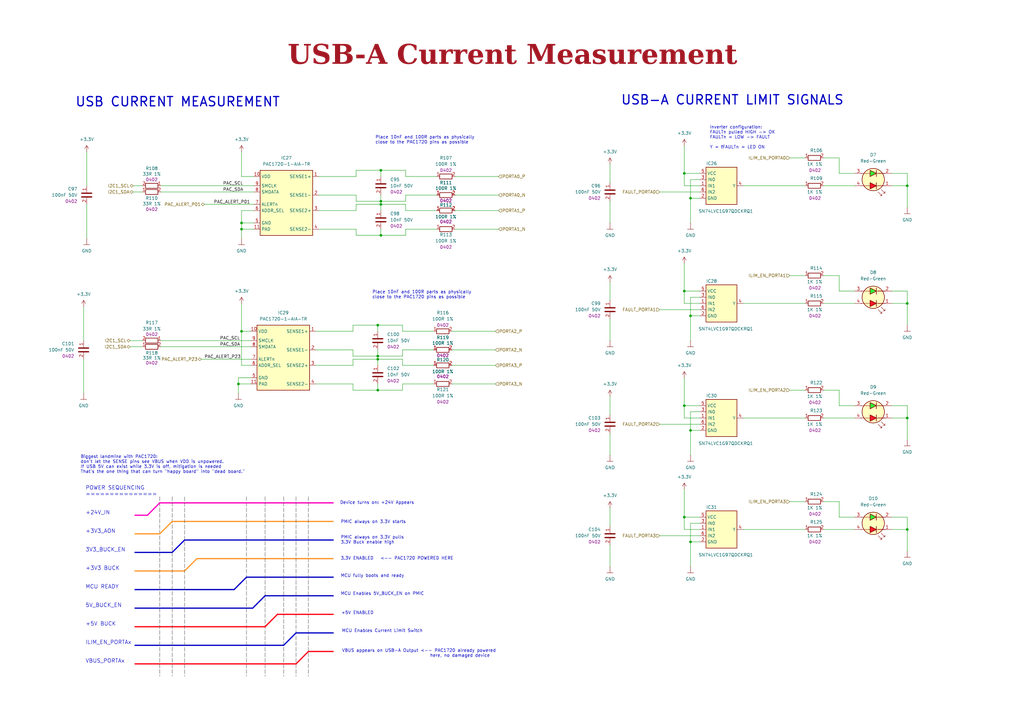
<source format=kicad_sch>
(kicad_sch (version 20250114) (generator "eeschema") (generator_version "9.0")
  (paper "A3")
  (title_block (title "USB-A Current Measurement") (date "2026-02-05") (rev "1.0.0") (company "DvidMakesThings"))
  (text "+5V ENABLED" (at 139.954 251.46 0) (effects (font (size 1.27 1.27)) (justify left)))
  (text "MCU fully boots and ready" (at 139.7 236.22 0) (effects (font (size 1.27 1.27)) (justify left)))
  (text "3.3V ENABLED   <-- PAC1720 POWERED HERE" (at 139.7 229.108 0) (effects (font (size 1.27 1.27)) (justify left)))
  (text "Place 10nF and 100R parts as physically \nclose to the PAC1720 pins as possible" (at 152.654 120.904 0) (effects (font (size 1.27 1.27)) (justify left)))
  (text "Biggest landmine with PAC1720: \ndon't let the SENSE pins see VBUS when VDD is unpowered. \nIf USB 5V can exist while 3.3V is off, mitigation is needed\nThat's the one thing that can turn \"happy board\" into \"dead board.\"" (at 33.02 190.5 0) (effects (font (size 1.27 1.27)) (justify left)))
  (text "Device turns on: +24V Appears" (at 139.446 206.248 0) (effects (font (size 1.27 1.27)) (justify left)))
  (text "PMIC always on 3.3V starts" (at 139.7 214.122 0) (effects (font (size 1.27 1.27)) (justify left)))
  (text "Inverter configuration:\nFAULTn pulled HIGH -> OK\nFAULTn = LOW -> FAULT\n\nY = !FAULTn = LED ON" (at 291.084 56.388 0) (effects (font (size 1.27 1.27)) (justify left)))
  (text "Place 10nF and 100R parts as physically \nclose to the PAC1720 pins as possible" (at 153.924 57.404 0) (effects (font (size 1.27 1.27)) (justify left)))
  (text "MCU Enables Current Limit Switch" (at 140.208 258.826 0) (effects (font (size 1.27 1.27)) (justify left)))
  (text "USB-A CURRENT LIMIT SIGNALS" (at 254.508 41.148 0) (effects (font (size 3.81 3.81) (thickness 0.508) (bold yes)) (justify left)))
  (text "VBUS appears on USB-A Output" (at 140.208 266.954 0) (effects (font (size 1.27 1.27)) (justify left)))
  (text "<-- PAC1720 already powered \n    here, no damaged device" (at 172.466 267.97 0) (effects (font (size 1.27 1.27)) (justify left)))
  (text "MCU Enables 5V_BUCK_EN on PMIC" (at 139.7 243.586 0) (effects (font (size 1.27 1.27)) (justify left)))
  (text "PMIC always on 3.3V pulls\n3.3V Buck enable high" (at 139.7 221.488 0) (effects (font (size 1.27 1.27)) (justify left)))
  (text "POWER SEQUENCING\n===============\n\n\n+24V_IN\n\n\n+3V3_AON\n\n\n3V3_BUCK_EN\n\n\n+3V3 BUCK\n\n\nMCU READY\n\n\n5V_BUCK_EN\n\n\n+5V BUCK\n\n\nILIM_EN_PORTAx\n\n\nVBUS_PORTAx" (at 35.052 235.712 0) (effects (font (size 1.5748 1.5748)) (justify left)))
  (text "USB CURRENT MEASUREMENT" (at 30.734 41.91 0) (effects (font (size 3.81 3.81) (thickness 0.508) (bold yes)) (justify left)))
  (text_box "USB-A Current Measurement" (at 12.7 16.51 0) (size 394.97 12.7) (margins 5.9999 5.9999 5.9999 5.9999) (stroke (width -0.0001)) (effects (font (size 8 8) (thickness 1.2) (bold yes))))
  (junction (at 283.21 81.28))
  (junction (at 154.94 146.05))
  (junction (at 280.67 71.12))
  (junction (at 372.11 124.46))
  (junction (at 156.21 69.85))
  (junction (at 99.06 135.89))
  (junction (at 280.67 166.37))
  (junction (at 283.21 176.53))
  (junction (at 280.67 119.38))
  (junction (at 372.11 217.17))
  (junction (at 97.79 157.48))
  (junction (at 99.06 91.44))
  (junction (at 154.94 133.35))
  (junction (at 283.21 129.54))
  (junction (at 280.67 212.09))
  (junction (at 156.21 96.52))
  (junction (at 99.06 93.98))
  (junction (at 154.94 147.32))
  (junction (at 154.94 160.02))
  (junction (at 156.21 82.55))
  (junction (at 372.11 171.45))
  (junction (at 372.11 76.2))
  (junction (at 156.21 83.82))
  (junction (at 283.21 222.25))
  (wire (pts (xy 283.21 222.25) (xy 283.21 232.41)))
  (wire (pts (xy 156.21 82.55) (xy 166.37 82.55)))
  (wire (pts (xy 372.11 124.46) (xy 372.11 133.35)))
  (wire (pts (xy 280.67 154.94) (xy 280.67 166.37)))
  (wire (pts (xy 344.17 166.37) (xy 350.52 166.37)))
  (wire (pts (xy 66.04 142.24) (xy 102.87 142.24)))
  (wire (pts (xy 99.06 86.36) (xy 99.06 91.44)))
  (polyline (pts (xy 55.372 218.948) (xy 65.532 218.948)) (stroke (width 0.508) (color 255 150 42 1)))
  (wire (pts (xy 146.05 96.52) (xy 156.21 96.52)))
  (wire (pts (xy 250.19 82.55) (xy 250.19 91.44)))
  (wire (pts (xy 250.19 223.52) (xy 250.19 232.41)))
  (wire (pts (xy 58.42 139.7) (xy 53.34 139.7)))
  (polyline (pts (xy 75.692 234.188) (xy 80.772 229.108)) (stroke (width 0.508) (color 255 150 42 1)))
  (wire (pts (xy 144.78 160.02) (xy 144.78 157.48)))
  (polyline (pts (xy 121.412 272.288) (xy 126.492 267.208)) (stroke (width 0.508) (color 255 0 17 1)))
  (wire (pts (xy 34.29 161.29) (xy 34.29 147.32)))
  (wire (pts (xy 287.02 124.46) (xy 280.67 124.46)))
  (wire (pts (xy 146.05 96.52) (xy 146.05 93.98)))
  (wire (pts (xy 102.87 135.89) (xy 99.06 135.89)))
  (wire (pts (xy 283.21 176.53) (xy 283.21 186.69)))
  (wire (pts (xy 166.37 72.39) (xy 179.07 72.39)))
  (polyline (pts (xy 70.612 203.708) (xy 70.6076 277.2798)) (stroke (width 0) (type dash) (color 65 65 65 1)))
  (wire (pts (xy 372.11 217.17) (xy 372.11 226.06)))
  (wire (pts (xy 165.1 143.51) (xy 177.8 143.51)))
  (wire (pts (xy 156.21 83.82) (xy 156.21 86.36)))
  (wire (pts (xy 337.82 171.45) (xy 350.52 171.45)))
  (wire (pts (xy 270.51 173.99) (xy 287.02 173.99)))
  (wire (pts (xy 280.67 166.37) (xy 287.02 166.37)))
  (wire (pts (xy 337.82 217.17) (xy 350.52 217.17)))
  (wire (pts (xy 99.06 93.98) (xy 104.14 93.98)))
  (polyline (pts (xy 116.332 203.708) (xy 116.332 277.368)) (stroke (width 0) (type dash) (color 65 65 65 1)))
  (polyline (pts (xy 116.332 264.668) (xy 121.412 259.588)) (stroke (width 0.508)))
  (wire (pts (xy 165.1 135.89) (xy 177.8 135.89)))
  (wire (pts (xy 97.79 157.48) (xy 97.79 161.29)))
  (wire (pts (xy 203.2 143.51) (xy 185.42 143.51)))
  (wire (pts (xy 372.11 71.12) (xy 372.11 76.2)))
  (wire (pts (xy 99.06 149.86) (xy 102.87 149.86)))
  (polyline (pts (xy 108.712 244.348) (xy 136.652 244.348)) (stroke (width 0.508)))
  (wire (pts (xy 250.19 177.8) (xy 250.19 186.69)))
  (wire (pts (xy 144.78 149.86) (xy 129.54 149.86)))
  (wire (pts (xy 365.76 212.09) (xy 372.11 212.09)))
  (wire (pts (xy 280.67 107.95) (xy 280.67 119.38)))
  (polyline (pts (xy 55.372 226.568) (xy 70.612 226.568)) (stroke (width 0.508)))
  (polyline (pts (xy 126.492 203.708) (xy 126.492 277.368)) (stroke (width 0) (type dash) (color 65 65 65 1)))
  (wire (pts (xy 144.78 135.89) (xy 129.54 135.89)))
  (wire (pts (xy 330.2 205.74) (xy 323.85 205.74)))
  (wire (pts (xy 146.05 83.82) (xy 146.05 86.36)))
  (wire (pts (xy 280.67 119.38) (xy 287.02 119.38)))
  (wire (pts (xy 250.19 130.81) (xy 250.19 139.7)))
  (wire (pts (xy 337.82 76.2) (xy 350.52 76.2)))
  (wire (pts (xy 144.78 146.05) (xy 154.94 146.05)))
  (wire (pts (xy 337.82 205.74) (xy 344.17 205.74)))
  (wire (pts (xy 304.8 124.46) (xy 330.2 124.46)))
  (wire (pts (xy 166.37 80.01) (xy 179.07 80.01)))
  (wire (pts (xy 166.37 86.36) (xy 179.07 86.36)))
  (wire (pts (xy 372.11 166.37) (xy 372.11 171.45)))
  (wire (pts (xy 287.02 176.53) (xy 283.21 176.53)))
  (wire (pts (xy 287.02 171.45) (xy 280.67 171.45)))
  (wire (pts (xy 204.47 72.39) (xy 186.69 72.39)))
  (wire (pts (xy 154.94 133.35) (xy 165.1 133.35)))
  (wire (pts (xy 58.42 78.74) (xy 54.61 78.74)))
  (polyline (pts (xy 65.532 203.708) (xy 65.532 277.368)) (stroke (width 0) (type dash) (color 65 65 65 1)))
  (wire (pts (xy 250.19 162.56) (xy 250.19 170.18)))
  (wire (pts (xy 156.21 93.98) (xy 156.21 96.52)))
  (wire (pts (xy 154.94 143.51) (xy 154.94 146.05)))
  (wire (pts (xy 283.21 168.91) (xy 283.21 176.53)))
  (wire (pts (xy 337.82 113.03) (xy 344.17 113.03)))
  (wire (pts (xy 304.8 217.17) (xy 330.2 217.17)))
  (wire (pts (xy 34.29 125.73) (xy 34.29 139.7)))
  (wire (pts (xy 156.21 96.52) (xy 166.37 96.52)))
  (wire (pts (xy 280.67 71.12) (xy 287.02 71.12)))
  (polyline (pts (xy 55.372 249.428) (xy 103.632 249.428)) (stroke (width 0.508)))
  (wire (pts (xy 154.94 160.02) (xy 165.1 160.02)))
  (wire (pts (xy 372.11 76.2) (xy 372.11 85.09)))
  (wire (pts (xy 144.78 133.35) (xy 154.94 133.35)))
  (polyline (pts (xy 108.712 257.048) (xy 113.792 251.968)) (stroke (width 0.508) (color 255 0 17 1)))
  (wire (pts (xy 283.21 121.92) (xy 283.21 129.54)))
  (wire (pts (xy 154.94 147.32) (xy 154.94 149.86)))
  (wire (pts (xy 156.21 69.85) (xy 156.21 72.39)))
  (wire (pts (xy 146.05 72.39) (xy 130.81 72.39)))
  (polyline (pts (xy 113.792 251.968) (xy 136.652 251.968)) (stroke (width 0.508) (color 255 0 17 1)))
  (wire (pts (xy 344.17 119.38) (xy 350.52 119.38)))
  (wire (pts (xy 144.78 133.35) (xy 144.78 135.89)))
  (wire (pts (xy 280.67 76.2) (xy 280.67 71.12)))
  (wire (pts (xy 304.8 171.45) (xy 330.2 171.45)))
  (wire (pts (xy 144.78 160.02) (xy 154.94 160.02)))
  (wire (pts (xy 203.2 157.48) (xy 185.42 157.48)))
  (polyline (pts (xy 121.412 259.588) (xy 136.652 259.588)) (stroke (width 0.508)))
  (wire (pts (xy 280.67 59.69) (xy 280.67 71.12)))
  (wire (pts (xy 166.37 96.52) (xy 166.37 93.98)))
  (wire (pts (xy 165.1 133.35) (xy 165.1 135.89)))
  (wire (pts (xy 337.82 160.02) (xy 344.17 160.02)))
  (wire (pts (xy 166.37 82.55) (xy 166.37 80.01)))
  (polyline (pts (xy 62.992 208.788) (xy 65.532 206.248)) (stroke (width 0.508) (color 255 0 189 1)))
  (wire (pts (xy 365.76 166.37) (xy 372.11 166.37)))
  (wire (pts (xy 365.76 71.12) (xy 372.11 71.12)))
  (wire (pts (xy 280.67 171.45) (xy 280.67 166.37)))
  (wire (pts (xy 287.02 168.91) (xy 283.21 168.91)))
  (wire (pts (xy 283.21 73.66) (xy 283.21 81.28)))
  (polyline (pts (xy 75.692 221.488) (xy 136.652 221.488)) (stroke (width 0.508)))
  (wire (pts (xy 287.02 81.28) (xy 283.21 81.28)))
  (wire (pts (xy 154.94 133.35) (xy 154.94 135.89)))
  (wire (pts (xy 337.82 124.46) (xy 350.52 124.46)))
  (wire (pts (xy 97.79 154.94) (xy 102.87 154.94)))
  (wire (pts (xy 144.78 143.51) (xy 129.54 143.51)))
  (polyline (pts (xy 65.532 218.948) (xy 70.612 213.868)) (stroke (width 0.508) (color 255 150 42 1)))
  (wire (pts (xy 165.1 160.02) (xy 165.1 157.48)))
  (polyline (pts (xy 101.092 203.708) (xy 101.092 277.368)) (stroke (width 0) (type dash) (color 65 65 65 1)))
  (wire (pts (xy 304.8 76.2) (xy 330.2 76.2)))
  (wire (pts (xy 104.14 86.36) (xy 99.06 86.36)))
  (wire (pts (xy 203.2 149.86) (xy 185.42 149.86)))
  (wire (pts (xy 287.02 217.17) (xy 280.67 217.17)))
  (wire (pts (xy 144.78 146.05) (xy 144.78 143.51)))
  (polyline (pts (xy 108.712 203.708) (xy 108.712 277.368)) (stroke (width 0) (type dash) (color 65 65 65 1)))
  (wire (pts (xy 99.06 135.89) (xy 99.06 149.86)))
  (wire (pts (xy 372.11 212.09) (xy 372.11 217.17)))
  (wire (pts (xy 270.51 127) (xy 287.02 127)))
  (wire (pts (xy 344.17 205.74) (xy 344.17 212.09)))
  (wire (pts (xy 204.47 80.01) (xy 186.69 80.01)))
  (wire (pts (xy 146.05 82.55) (xy 146.05 80.01)))
  (wire (pts (xy 204.47 86.36) (xy 186.69 86.36)))
  (wire (pts (xy 165.1 147.32) (xy 165.1 149.86)))
  (wire (pts (xy 97.79 154.94) (xy 97.79 157.48)))
  (polyline (pts (xy 55.372 272.288) (xy 121.412 272.288)) (stroke (width 0.508) (color 255 0 17 1)))
  (wire (pts (xy 365.76 119.38) (xy 372.11 119.38)))
  (wire (pts (xy 165.1 157.48) (xy 177.8 157.48)))
  (wire (pts (xy 283.21 81.28) (xy 283.21 91.44)))
  (wire (pts (xy 270.51 219.71) (xy 287.02 219.71)))
  (polyline (pts (xy 60.452 211.328) (xy 62.992 208.788)) (stroke (width 0.508) (color 255 0 189 1)))
  (wire (pts (xy 99.06 91.44) (xy 99.06 93.98)))
  (wire (pts (xy 66.04 139.7) (xy 102.87 139.7)))
  (wire (pts (xy 250.19 115.57) (xy 250.19 123.19)))
  (polyline (pts (xy 55.372 257.048) (xy 108.712 257.048)) (stroke (width 0.508) (color 255 0 17 1)))
  (polyline (pts (xy 80.772 229.108) (xy 136.652 229.108)) (stroke (width 0.508) (color 255 150 42 1)))
  (wire (pts (xy 99.06 91.44) (xy 104.14 91.44)))
  (wire (pts (xy 82.55 147.32) (xy 102.87 147.32)))
  (wire (pts (xy 365.76 171.45) (xy 372.11 171.45)))
  (wire (pts (xy 104.14 72.39) (xy 99.06 72.39)))
  (wire (pts (xy 154.94 157.48) (xy 154.94 160.02)))
  (wire (pts (xy 330.2 64.77) (xy 323.85 64.77)))
  (wire (pts (xy 146.05 83.82) (xy 156.21 83.82)))
  (wire (pts (xy 166.37 93.98) (xy 179.07 93.98)))
  (wire (pts (xy 330.2 160.02) (xy 323.85 160.02)))
  (wire (pts (xy 156.21 80.01) (xy 156.21 82.55)))
  (wire (pts (xy 344.17 212.09) (xy 350.52 212.09)))
  (wire (pts (xy 372.11 171.45) (xy 372.11 180.34)))
  (wire (pts (xy 144.78 147.32) (xy 154.94 147.32)))
  (wire (pts (xy 283.21 129.54) (xy 283.21 139.7)))
  (wire (pts (xy 165.1 146.05) (xy 165.1 143.51)))
  (polyline (pts (xy 65.532 206.248) (xy 136.652 206.248)) (stroke (width 0.508) (color 255 0 189 1)))
  (wire (pts (xy 146.05 69.85) (xy 146.05 72.39)))
  (wire (pts (xy 156.21 83.82) (xy 166.37 83.82)))
  (wire (pts (xy 97.79 157.48) (xy 102.87 157.48)))
  (wire (pts (xy 280.67 200.66) (xy 280.67 212.09)))
  (wire (pts (xy 146.05 82.55) (xy 156.21 82.55)))
  (wire (pts (xy 344.17 64.77) (xy 344.17 71.12)))
  (wire (pts (xy 156.21 69.85) (xy 166.37 69.85)))
  (wire (pts (xy 287.02 121.92) (xy 283.21 121.92)))
  (polyline (pts (xy 101.092 236.728) (xy 136.652 236.728)) (stroke (width 0.508)))
  (wire (pts (xy 287.02 73.66) (xy 283.21 73.66)))
  (wire (pts (xy 203.2 135.89) (xy 185.42 135.89)))
  (wire (pts (xy 204.47 93.98) (xy 186.69 93.98)))
  (wire (pts (xy 287.02 214.63) (xy 283.21 214.63)))
  (polyline (pts (xy 70.612 213.868) (xy 136.652 213.868)) (stroke (width 0.508) (color 255 150 42 1)))
  (polyline (pts (xy 75.6964 203.7962) (xy 75.692 277.368)) (stroke (width 0) (type dash) (color 65 65 65 1)))
  (wire (pts (xy 58.42 142.24) (xy 53.34 142.24)))
  (wire (pts (xy 344.17 71.12) (xy 350.52 71.12)))
  (polyline (pts (xy 103.632 249.428) (xy 108.712 244.348)) (stroke (width 0.508)))
  (polyline (pts (xy 96.012 241.808) (xy 98.552 239.268)) (stroke (width 0.508)))
  (wire (pts (xy 250.19 67.31) (xy 250.19 74.93)))
  (polyline (pts (xy 55.372 234.188) (xy 75.692 234.188)) (stroke (width 0.508) (color 255 150 42 1)))
  (wire (pts (xy 365.76 76.2) (xy 372.11 76.2)))
  (wire (pts (xy 330.2 113.03) (xy 323.85 113.03)))
  (wire (pts (xy 154.94 147.32) (xy 165.1 147.32)))
  (polyline (pts (xy 121.412 203.708) (xy 121.412 277.368)) (stroke (width 0) (type dash) (color 65 65 65 1)))
  (polyline (pts (xy 55.372 211.328) (xy 60.452 211.328)) (stroke (width 0.508) (color 255 0 189 1)))
  (wire (pts (xy 270.51 78.74) (xy 287.02 78.74)))
  (wire (pts (xy 146.05 80.01) (xy 130.81 80.01)))
  (polyline (pts (xy 98.552 239.268) (xy 101.092 236.728)) (stroke (width 0.508)))
  (polyline (pts (xy 126.492 267.208) (xy 136.652 267.208)) (stroke (width 0.508) (color 255 0 17 1)))
  (wire (pts (xy 99.06 124.46) (xy 99.06 135.89)))
  (wire (pts (xy 58.42 76.2) (xy 54.61 76.2)))
  (wire (pts (xy 146.05 86.36) (xy 130.81 86.36)))
  (wire (pts (xy 365.76 124.46) (xy 372.11 124.46)))
  (wire (pts (xy 35.56 97.79) (xy 35.56 83.82)))
  (wire (pts (xy 35.56 62.23) (xy 35.56 76.2)))
  (wire (pts (xy 287.02 222.25) (xy 283.21 222.25)))
  (wire (pts (xy 166.37 69.85) (xy 166.37 72.39)))
  (wire (pts (xy 337.82 64.77) (xy 344.17 64.77)))
  (wire (pts (xy 66.04 78.74) (xy 104.14 78.74)))
  (wire (pts (xy 287.02 76.2) (xy 280.67 76.2)))
  (polyline (pts (xy 55.372 241.808) (xy 96.012 241.808)) (stroke (width 0.508)))
  (polyline (pts (xy 55.372 264.668) (xy 116.332 264.668)) (stroke (width 0.508)))
  (wire (pts (xy 154.94 146.05) (xy 165.1 146.05)))
  (wire (pts (xy 99.06 93.98) (xy 99.06 97.79)))
  (wire (pts (xy 365.76 217.17) (xy 372.11 217.17)))
  (wire (pts (xy 280.67 217.17) (xy 280.67 212.09)))
  (wire (pts (xy 144.78 157.48) (xy 129.54 157.48)))
  (wire (pts (xy 83.82 83.82) (xy 104.14 83.82)))
  (wire (pts (xy 344.17 160.02) (xy 344.17 166.37)))
  (wire (pts (xy 372.11 119.38) (xy 372.11 124.46)))
  (wire (pts (xy 166.37 83.82) (xy 166.37 86.36)))
  (wire (pts (xy 66.04 76.2) (xy 104.14 76.2)))
  (wire (pts (xy 287.02 129.54) (xy 283.21 129.54)))
  (wire (pts (xy 146.05 69.85) (xy 156.21 69.85)))
  (wire (pts (xy 344.17 113.03) (xy 344.17 119.38)))
  (polyline (pts (xy 70.612 226.568) (xy 75.692 221.488)) (stroke (width 0.508)))
  (wire (pts (xy 283.21 214.63) (xy 283.21 222.25)))
  (wire (pts (xy 250.19 208.28) (xy 250.19 215.9)))
  (wire (pts (xy 99.06 62.23) (xy 99.06 72.39)))
  (wire (pts (xy 280.67 124.46) (xy 280.67 119.38)))
  (wire (pts (xy 144.78 147.32) (xy 144.78 149.86)))
  (wire (pts (xy 165.1 149.86) (xy 177.8 149.86)))
  (wire (pts (xy 280.67 212.09) (xy 287.02 212.09)))
  (wire (pts (xy 146.05 93.98) (xy 130.81 93.98)))
  (label "PAC_SCL" (at 91.44 76.2 0))
  (label "PAC_SDA" (at 90.17 142.24 0))
  (label "PAC_SCL" (at 90.17 139.7 0))
  (label "PAC_ALERT_P01" (at 87.63 83.82 0))
  (label "PAC_ALERT_P23" (at 83.82 147.32 0))
  (label "PAC_SDA" (at 91.44 78.74 0))
  (hierarchical_label "ILIM_EN_PORTA0" (shape input) (at 323.85 64.77 180))
  (hierarchical_label "PORTA3_P" (shape input) (at 203.2 149.86 0))
  (hierarchical_label "PORTA1_P" (shape input) (at 204.47 86.36 0))
  (hierarchical_label "FAULT_PORTA0" (shape input) (at 270.51 78.74 180))
  (hierarchical_label "I2C1_SCL" (shape bidirectional) (at 54.61 76.2 180))
  (hierarchical_label "ILIM_EN_PORTA1" (shape input) (at 323.85 113.03 180))
  (hierarchical_label "FAULT_PORTA2" (shape input) (at 270.51 173.99 180))
  (hierarchical_label "PAC_ALERT_P01" (shape bidirectional) (at 83.82 83.82 180))
  (hierarchical_label "PORTA0_P" (shape input) (at 204.47 72.39 0))
  (hierarchical_label "ILIM_EN_PORTA2" (shape input) (at 323.85 160.02 180))
  (hierarchical_label "FAULT_PORTA3" (shape input) (at 270.51 219.71 180))
  (hierarchical_label "PORTA1_N" (shape input) (at 204.47 93.98 0))
  (hierarchical_label "FAULT_PORTA1" (shape input) (at 270.51 127 180))
  (hierarchical_label "PORTA3_N" (shape input) (at 203.2 157.48 0))
  (hierarchical_label "PORTA0_N" (shape input) (at 204.47 80.01 0))
  (hierarchical_label "PAC_ALERT_P23" (shape bidirectional) (at 82.55 147.32 180))
  (hierarchical_label "ILIM_EN_PORTA3" (shape input) (at 323.85 205.74 180))
  (hierarchical_label "PORTA2_P" (shape input) (at 203.2 135.89 0))
  (hierarchical_label "PORTA2_N" (shape input) (at 203.2 143.51 0))
  (hierarchical_label "I2C1_SDA" (shape bidirectional) (at 53.34 142.24 180))
  (hierarchical_label "I2C1_SCL" (shape bidirectional) (at 53.34 139.7 180))
  (hierarchical_label "I2C1_SDA" (shape bidirectional) (at 54.61 78.74 180))
  (symbol (lib_id "DS_Capacitor_0402:10nF 50V 0402") (at 156.21 76.2 0) (unit 1)
    (property "Reference" "C95" (at 160.02 73.6599 0) (effects (justify left)))
    (property "Value" "10nF 50V" (at 160.02 76.1999 0) (effects (justify left)))
    (property "Footprint" "Capacitor_SMD:C_0402_1005Metric" (effects (hide yes)))
    (property "Description" "50V 10nF X7R ±10% 0402 Multilayer Ceramic Capacitors MLCC - SMD/SMT ROHS" (effects (hide yes)))
    (property "FOOTPRINT_SHORT" "0402" (at 160.02 78.7399 0) (effects (justify left)))
    (property "ROHS" "YES" (effects (hide yes)))
    (property "LCSC_PART" "C60133" (effects (hide yes)))
  )
  (symbol (lib_id "DS_Supply:GND") (at 34.29 161.29 0) (unit 1)
    (property "Reference" "#PWR0285" (effects (hide yes)))
    (property "Value" "GND" (at 34.29 166.37 0))
    (property "Description" "Power symbol creates a global label with name \"GND\" , ground" (effects (hide yes)))
  )
  (symbol (lib_id "DS_Resistor_0402:1K 1% 0402") (at 334.01 171.45 90) (mirror x) (unit 1)
    (property "Reference" "R123" (at 332.232 168.402 90) (effects (justify right)))
    (property "Value" "1K 1%" (at 330.962 173.99 90) (effects (justify right)))
    (property "Footprint" "Resistor_SMD:R_0402_1005Metric" (effects (hide yes)))
    (property "Description" "62.5mW Thick Film Resistors 50V ±100ppm/℃ ±1% 1kΩ 0402 Chip Resistor - Surface Mount ROHS" (effects (hide yes)))
    (property "LCSC_PART" "C11702" (effects (hide yes)))
    (property "ROHS" "YES" (effects (hide yes)))
    (property "FOOTPRINT_SHORT" "0402" (at 331.724 176.53 90) (effects (justify right)))
    (property "MFR" "FH" (effects (hide yes)))
  )
  (symbol (lib_id "DS_Capacitor_0402:100nF 50V 0402") (at 35.56 80.01 0) (mirror y) (unit 1)
    (property "Reference" "C97" (at 31.75 77.4699 0) (effects (justify left)))
    (property "Value" "100nF 50V" (at 31.75 80.0099 0) (effects (justify left)))
    (property "Footprint" "Capacitor_SMD:C_0402_1005Metric" (effects (hide yes)))
    (property "Description" "50V 100nF X7R ±10% 0402 Multilayer Ceramic Capacitors MLCC - SMD/SMT ROHS" (effects (hide yes)))
    (property "FOOTPRINT_SHORT" "0402" (at 31.75 82.5499 0) (effects (justify left)))
    (property "ROHS" "YES" (effects (hide yes)))
    (property "LCSC_PART" "C307331" (effects (hide yes)))
  )
  (symbol (lib_id "power:+3.3V") (at 99.06 124.46 0) (unit 1)
    (property "Reference" "#PWR0279" (effects (hide yes)))
    (property "Value" "+3.3V" (at 99.06 119.38 0))
    (property "Description" "Power symbol creates a global label with name \"+3.3V\"" (effects (hide yes)))
  )
  (symbol (lib_id "DS_Capacitor_0402:100nF 50V 0402") (at 250.19 173.99 0) (mirror y) (unit 1)
    (property "Reference" "C103" (at 246.38 171.4499 0) (effects (justify left)))
    (property "Value" "100nF 50V" (at 246.38 173.9899 0) (effects (justify left)))
    (property "Footprint" "Capacitor_SMD:C_0402_1005Metric" (effects (hide yes)))
    (property "Description" "50V 100nF X7R ±10% 0402 Multilayer Ceramic Capacitors MLCC - SMD/SMT ROHS" (effects (hide yes)))
    (property "FOOTPRINT_SHORT" "0402" (at 246.38 176.5299 0) (effects (justify left)))
    (property "ROHS" "YES" (effects (hide yes)))
    (property "LCSC_PART" "C307331" (effects (hide yes)))
  )
  (symbol (lib_id "DS_Supply:GND") (at 283.21 232.41 0) (unit 1)
    (property "Reference" "#PWR0295" (effects (hide yes)))
    (property "Value" "GND" (at 283.21 237.49 0))
    (property "Description" "Power symbol creates a global label with name \"GND\" , ground" (effects (hide yes)))
  )
  (symbol (lib_id "DS_Supply:GND") (at 372.11 226.06 0) (unit 1)
    (property "Reference" "#PWR0293" (effects (hide yes)))
    (property "Value" "GND" (at 372.11 231.14 0))
    (property "Description" "Power symbol creates a global label with name \"GND\" , ground" (effects (hide yes)))
  )
  (symbol (lib_id "DS_Capacitor_0402:100nF 50V 0402") (at 250.19 219.71 0) (mirror y) (unit 1)
    (property "Reference" "C104" (at 246.38 217.1699 0) (effects (justify left)))
    (property "Value" "100nF 50V" (at 246.38 219.7099 0) (effects (justify left)))
    (property "Footprint" "Capacitor_SMD:C_0402_1005Metric" (effects (hide yes)))
    (property "Description" "50V 100nF X7R ±10% 0402 Multilayer Ceramic Capacitors MLCC - SMD/SMT ROHS" (effects (hide yes)))
    (property "FOOTPRINT_SHORT" "0402" (at 246.38 222.2499 0) (effects (justify left)))
    (property "ROHS" "YES" (effects (hide yes)))
    (property "LCSC_PART" "C307331" (effects (hide yes)))
  )
  (symbol (lib_id "DS_Resistor_0402:33R 1% 0402") (at 62.23 78.74 90) (mirror x) (unit 1)
    (property "Reference" "R110" (at 62.23 81.28 90))
    (property "Value" "33R 1%" (at 62.23 83.566 90))
    (property "Footprint" "Resistor_SMD:R_0402_1005Metric" (effects (hide yes)))
    (property "Description" "-55℃~+155℃ 33Ω 50V 62.5mW Thick Film Resistor ±1% ±100ppm/℃ 0402 Chip Resistor - Surface Mount ROHS" (effects (hide yes)))
    (property "LCSC_PART" "C25105" (effects (hide yes)))
    (property "ROHS" "YES" (effects (hide yes)))
    (property "FOOTPRINT_SHORT" "0402" (at 62.23 85.852 90))
    (property "MFR" "ROHM" (effects (hide yes)))
  )
  (symbol (lib_id "DS_Capacitor_0402:100nF 50V 0402") (at 250.19 78.74 0) (mirror y) (unit 1)
    (property "Reference" "C96" (at 246.38 76.1999 0) (effects (justify left)))
    (property "Value" "100nF 50V" (at 246.38 78.7399 0) (effects (justify left)))
    (property "Footprint" "Capacitor_SMD:C_0402_1005Metric" (effects (hide yes)))
    (property "Description" "50V 100nF X7R ±10% 0402 Multilayer Ceramic Capacitors MLCC - SMD/SMT ROHS" (effects (hide yes)))
    (property "FOOTPRINT_SHORT" "0402" (at 246.38 81.2799 0) (effects (justify left)))
    (property "ROHS" "YES" (effects (hide yes)))
    (property "LCSC_PART" "C307331" (effects (hide yes)))
  )
  (symbol (lib_id "DS_Resistor_0402:1K 1% 0402") (at 334.01 113.03 90) (mirror x) (unit 1)
    (property "Reference" "R114" (at 332.232 109.982 90) (effects (justify right)))
    (property "Value" "1K 1%" (at 330.962 115.57 90) (effects (justify right)))
    (property "Footprint" "Resistor_SMD:R_0402_1005Metric" (effects (hide yes)))
    (property "Description" "62.5mW Thick Film Resistors 50V ±100ppm/℃ ±1% 1kΩ 0402 Chip Resistor - Surface Mount ROHS" (effects (hide yes)))
    (property "LCSC_PART" "C11702" (effects (hide yes)))
    (property "ROHS" "YES" (effects (hide yes)))
    (property "FOOTPRINT_SHORT" "0402" (at 331.724 118.11 90) (effects (justify right)))
    (property "MFR" "FH" (effects (hide yes)))
  )
  (symbol (lib_id "DS_Supply:GND") (at 283.21 186.69 0) (unit 1)
    (property "Reference" "#PWR0290" (effects (hide yes)))
    (property "Value" "GND" (at 283.21 191.77 0))
    (property "Description" "Power symbol creates a global label with name \"GND\" , ground" (effects (hide yes)))
  )
  (symbol (lib_id "DS_Resistor_0402:100R 1% 0402") (at 181.61 143.51 90) (unit 1)
    (property "Reference" "R119" (at 181.61 138.43 90))
    (property "Value" "100R 1%" (at 181.61 140.716 90))
    (property "Footprint" "Resistor_SMD:R_0402_1005Metric" (effects (hide yes)))
    (property "Description" "62.5mW Thick Film Resistors 50V ±1% ±200ppm/℃ 100Ω 0402 Chip Resistor - Surface Mount ROHS" (effects (hide yes)))
    (property "LCSC_PART" "C25076" (effects (hide yes)))
    (property "ROHS" "YES" (effects (hide yes)))
    (property "FOOTPRINT_SHORT" "0402" (at 181.61 145.796 90))
  )
  (symbol (lib_id "DS_Peripherals:SN74LVC1G97QDCKRQ1") (at 295.91 124.46 0) (unit 1)
    (property "Reference" "IC28" (at 291.846 115.316 0))
    (property "Value" "SN74LVC1G97QDCKRQ1" (at 297.688 134.874 0))
    (property "Footprint" "DS_Peripherals:SOT-363_SC-70-6" (effects (hide yes)))
    (property "Datasheet" "https://www.ti.com/general/docs/suppproductinfo.tsp?distId=10&gotoUrl=https%3A%2F%2Fwww.ti.com%2Flit%2Fgpn%2Fsn74lvc1g97-q1" (effects (hide yes)))
    (property "Description" "Configurable Multiple Function Configurable 1 Circuit 3 Input SC-70-6" (effects (hide yes)))
    (property "MPN" "SN74LVC1G97QDCKRQ1" (effects (hide yes)))
    (property "MFR" "Texas Instruments" (effects (hide yes)))
    (property "LCSC_PART" "C179911" (effects (hide yes)))
    (property "DIST1" "https://www.digikey.de/en/products/detail/texas-instruments/sn74lvc1g97qdckrq1/716453" (effects (hide yes)))
    (property "ROHS" "YES" (effects (hide yes)))
  )
  (symbol (lib_id "DS_Supply:GND") (at 283.21 139.7 0) (unit 1)
    (property "Reference" "#PWR0283" (effects (hide yes)))
    (property "Value" "GND" (at 283.21 144.78 0))
    (property "Description" "Power symbol creates a global label with name \"GND\" , ground" (effects (hide yes)))
  )
  (symbol (lib_id "power:+3.3V") (at 35.56 62.23 0) (unit 1)
    (property "Reference" "#PWR0269" (effects (hide yes)))
    (property "Value" "+3.3V" (at 35.56 57.15 0))
    (property "Description" "Power symbol creates a global label with name \"+3.3V\"" (effects (hide yes)))
  )
  (symbol (lib_id "DS_Resistor_0402:100R 1% 0402") (at 182.88 93.98 90) (unit 1)
    (property "Reference" "R113" (at 182.88 96.266 90))
    (property "Value" "100R 1%" (at 182.88 98.806 90))
    (property "Footprint" "Resistor_SMD:R_0402_1005Metric" (effects (hide yes)))
    (property "Description" "62.5mW Thick Film Resistors 50V ±1% ±200ppm/℃ 100Ω 0402 Chip Resistor - Surface Mount ROHS" (effects (hide yes)))
    (property "LCSC_PART" "C25076" (effects (hide yes)))
    (property "ROHS" "YES" (effects (hide yes)))
    (property "FOOTPRINT_SHORT" "0402" (at 182.88 101.346 90))
  )
  (symbol (lib_id "DS_Opto:Red/Green_0605") (at 358.14 168.91 180) (unit 1)
    (property "Reference" "D9" (at 358.14 158.75 0))
    (property "Value" "Red-Green" (at 358.14 161.29 0))
    (property "Footprint" "DS_Opto:LED_0605-1613" (effects (hide yes)))
    (property "Datasheet" "https://jlcpcb.com/api/file/downloadByFileSystemAccessId/8588935362735443968" (effects (hide yes)))
    (property "Description" "-40°C~+85°C 120° 180mcd、1.2cd 2.4V、3.4V 20mA 50mW、70mW 520nm~530nm、620nm~630nm 525nm、625nm Common Anode Red, Emerald Green Top-mount Water Clear SMD-4P,1.6x1.5mm LED Indication - Discrete ROHS" (effects (hide yes)))
    (property "MPN" "XL-1615SURUGC" (effects (hide yes)))
    (property "MFR" "XINGLIGHT" (effects (hide yes)))
    (property "LCSC_PART" "C965839" (effects (hide yes)))
    (property "ROHS" "YES" (effects (hide yes)))
    (property "Size" "SMD-4P,1.6x1.5mm" (effects (hide yes)))
  )
  (symbol (lib_id "DS_Resistor_0402:33R 1% 0402") (at 62.23 139.7 270) (unit 1)
    (property "Reference" "R117" (at 62.23 132.334 90))
    (property "Value" "33R 1%" (at 62.23 134.874 90))
    (property "Footprint" "Resistor_SMD:R_0402_1005Metric" (effects (hide yes)))
    (property "Description" "-55℃~+155℃ 33Ω 50V 62.5mW Thick Film Resistor ±1% ±100ppm/℃ 0402 Chip Resistor - Surface Mount ROHS" (effects (hide yes)))
    (property "LCSC_PART" "C25105" (effects (hide yes)))
    (property "ROHS" "YES" (effects (hide yes)))
    (property "FOOTPRINT_SHORT" "0402" (at 62.23 137.16 90))
    (property "MFR" "ROHM" (effects (hide yes)))
  )
  (symbol (lib_id "DS_Supply:GND") (at 35.56 97.79 0) (unit 1)
    (property "Reference" "#PWR0275" (effects (hide yes)))
    (property "Value" "GND" (at 35.56 102.87 0))
    (property "Description" "Power symbol creates a global label with name \"GND\" , ground" (effects (hide yes)))
  )
  (symbol (lib_id "power:+3.3V") (at 280.67 107.95 0) (unit 1)
    (property "Reference" "#PWR0277" (effects (hide yes)))
    (property "Value" "+3.3V" (at 280.67 102.87 0))
    (property "Description" "Power symbol creates a global label with name \"+3.3V\"" (effects (hide yes)))
  )
  (symbol (lib_id "power:+3.3V") (at 280.67 154.94 0) (unit 1)
    (property "Reference" "#PWR0284" (effects (hide yes)))
    (property "Value" "+3.3V" (at 280.67 149.86 0))
    (property "Description" "Power symbol creates a global label with name \"+3.3V\"" (effects (hide yes)))
  )
  (symbol (lib_id "DS_Resistor_0402:100R 1% 0402") (at 181.61 135.89 90) (unit 1)
    (property "Reference" "R116" (at 181.61 128.27 90))
    (property "Value" "100R 1%" (at 181.61 130.81 90))
    (property "Footprint" "Resistor_SMD:R_0402_1005Metric" (effects (hide yes)))
    (property "Description" "62.5mW Thick Film Resistors 50V ±1% ±200ppm/℃ 100Ω 0402 Chip Resistor - Surface Mount ROHS" (effects (hide yes)))
    (property "LCSC_PART" "C25076" (effects (hide yes)))
    (property "ROHS" "YES" (effects (hide yes)))
    (property "FOOTPRINT_SHORT" "0402" (at 181.61 133.35 90))
  )
  (symbol (lib_id "DS_Peripherals:SN74LVC1G97QDCKRQ1") (at 295.91 171.45 0) (unit 1)
    (property "Reference" "IC30" (at 291.846 162.306 0))
    (property "Value" "SN74LVC1G97QDCKRQ1" (at 297.688 181.864 0))
    (property "Footprint" "DS_Peripherals:SOT-363_SC-70-6" (effects (hide yes)))
    (property "Datasheet" "https://www.ti.com/general/docs/suppproductinfo.tsp?distId=10&gotoUrl=https%3A%2F%2Fwww.ti.com%2Flit%2Fgpn%2Fsn74lvc1g97-q1" (effects (hide yes)))
    (property "Description" "Configurable Multiple Function Configurable 1 Circuit 3 Input SC-70-6" (effects (hide yes)))
    (property "MPN" "SN74LVC1G97QDCKRQ1" (effects (hide yes)))
    (property "MFR" "Texas Instruments" (effects (hide yes)))
    (property "LCSC_PART" "C179911" (effects (hide yes)))
    (property "DIST1" "https://www.digikey.de/en/products/detail/texas-instruments/sn74lvc1g97qdckrq1/716453" (effects (hide yes)))
    (property "ROHS" "YES" (effects (hide yes)))
  )
  (symbol (lib_id "DS_Opto:Red/Green_0605") (at 358.14 121.92 180) (unit 1)
    (property "Reference" "D8" (at 358.14 111.76 0))
    (property "Value" "Red-Green" (at 358.14 114.3 0))
    (property "Footprint" "DS_Opto:LED_0605-1613" (effects (hide yes)))
    (property "Datasheet" "https://jlcpcb.com/api/file/downloadByFileSystemAccessId/8588935362735443968" (effects (hide yes)))
    (property "Description" "-40°C~+85°C 120° 180mcd、1.2cd 2.4V、3.4V 20mA 50mW、70mW 520nm~530nm、620nm~630nm 525nm、625nm Common Anode Red, Emerald Green Top-mount Water Clear SMD-4P,1.6x1.5mm LED Indication - Discrete ROHS" (effects (hide yes)))
    (property "MPN" "XL-1615SURUGC" (effects (hide yes)))
    (property "MFR" "XINGLIGHT" (effects (hide yes)))
    (property "LCSC_PART" "C965839" (effects (hide yes)))
    (property "ROHS" "YES" (effects (hide yes)))
    (property "Size" "SMD-4P,1.6x1.5mm" (effects (hide yes)))
  )
  (symbol (lib_id "DS_Supply:GND") (at 372.11 180.34 0) (unit 1)
    (property "Reference" "#PWR0288" (effects (hide yes)))
    (property "Value" "GND" (at 372.11 185.42 0))
    (property "Description" "Power symbol creates a global label with name \"GND\" , ground" (effects (hide yes)))
  )
  (symbol (lib_id "DS_Resistor_0402:1K 1% 0402") (at 334.01 64.77 90) (mirror x) (unit 1)
    (property "Reference" "R106" (at 332.232 61.722 90) (effects (justify right)))
    (property "Value" "1K 1%" (at 330.962 67.31 90) (effects (justify right)))
    (property "Footprint" "Resistor_SMD:R_0402_1005Metric" (effects (hide yes)))
    (property "Description" "62.5mW Thick Film Resistors 50V ±100ppm/℃ ±1% 1kΩ 0402 Chip Resistor - Surface Mount ROHS" (effects (hide yes)))
    (property "LCSC_PART" "C11702" (effects (hide yes)))
    (property "ROHS" "YES" (effects (hide yes)))
    (property "FOOTPRINT_SHORT" "0402" (at 331.724 69.85 90) (effects (justify right)))
    (property "MFR" "FH" (effects (hide yes)))
  )
  (symbol (lib_id "DS_Resistor_0402:33R 1% 0402") (at 62.23 142.24 90) (mirror x) (unit 1)
    (property "Reference" "R118" (at 62.23 144.78 90))
    (property "Value" "33R 1%" (at 62.23 146.812 90))
    (property "Footprint" "Resistor_SMD:R_0402_1005Metric" (effects (hide yes)))
    (property "Description" "-55℃~+155℃ 33Ω 50V 62.5mW Thick Film Resistor ±1% ±100ppm/℃ 0402 Chip Resistor - Surface Mount ROHS" (effects (hide yes)))
    (property "LCSC_PART" "C25105" (effects (hide yes)))
    (property "ROHS" "YES" (effects (hide yes)))
    (property "FOOTPRINT_SHORT" "0402" (at 62.23 148.844 90))
    (property "MFR" "ROHM" (effects (hide yes)))
  )
  (symbol (lib_id "DS_Resistor_0402:100R 1% 0402") (at 182.88 86.36 90) (unit 1)
    (property "Reference" "R112" (at 182.88 84.074 90))
    (property "Value" "100R 1%" (at 182.88 88.9 90))
    (property "Footprint" "Resistor_SMD:R_0402_1005Metric" (effects (hide yes)))
    (property "Description" "62.5mW Thick Film Resistors 50V ±1% ±200ppm/℃ 100Ω 0402 Chip Resistor - Surface Mount ROHS" (effects (hide yes)))
    (property "LCSC_PART" "C25076" (effects (hide yes)))
    (property "ROHS" "YES" (effects (hide yes)))
    (property "FOOTPRINT_SHORT" "0402" (at 182.88 90.932 90))
  )
  (symbol (lib_id "DS_Resistor_0402:1K 1% 0402") (at 334.01 205.74 90) (mirror x) (unit 1)
    (property "Reference" "R124" (at 332.232 202.692 90) (effects (justify right)))
    (property "Value" "1K 1%" (at 330.962 208.28 90) (effects (justify right)))
    (property "Footprint" "Resistor_SMD:R_0402_1005Metric" (effects (hide yes)))
    (property "Description" "62.5mW Thick Film Resistors 50V ±100ppm/℃ ±1% 1kΩ 0402 Chip Resistor - Surface Mount ROHS" (effects (hide yes)))
    (property "LCSC_PART" "C11702" (effects (hide yes)))
    (property "ROHS" "YES" (effects (hide yes)))
    (property "FOOTPRINT_SHORT" "0402" (at 331.724 210.82 90) (effects (justify right)))
    (property "MFR" "FH" (effects (hide yes)))
  )
  (symbol (lib_id "DS_Supply:GND") (at 250.19 186.69 0) (mirror y) (unit 1)
    (property "Reference" "#PWR0289" (effects (hide yes)))
    (property "Value" "GND" (at 250.19 191.77 0))
    (property "Description" "Power symbol creates a global label with name \"GND\" , ground" (effects (hide yes)))
  )
  (symbol (lib_id "DS_Capacitor_0402:10nF 50V 0402") (at 156.21 90.17 0) (unit 1)
    (property "Reference" "C98" (at 160.02 87.6299 0) (effects (justify left)))
    (property "Value" "10nF 50V" (at 160.02 90.1699 0) (effects (justify left)))
    (property "Footprint" "Capacitor_SMD:C_0402_1005Metric" (effects (hide yes)))
    (property "Description" "50V 10nF X7R ±10% 0402 Multilayer Ceramic Capacitors MLCC - SMD/SMT ROHS" (effects (hide yes)))
    (property "FOOTPRINT_SHORT" "0402" (at 160.02 92.7099 0) (effects (justify left)))
    (property "ROHS" "YES" (effects (hide yes)))
    (property "LCSC_PART" "C60133" (effects (hide yes)))
  )
  (symbol (lib_id "power:+3.3V") (at 34.29 125.73 0) (unit 1)
    (property "Reference" "#PWR0280" (effects (hide yes)))
    (property "Value" "+3.3V" (at 34.29 120.65 0))
    (property "Description" "Power symbol creates a global label with name \"+3.3V\"" (effects (hide yes)))
  )
  (symbol (lib_id "DS_Supply:GND") (at 99.06 97.79 0) (unit 1)
    (property "Reference" "#PWR0276" (effects (hide yes)))
    (property "Value" "GND" (at 99.06 102.87 0))
    (property "Description" "Power symbol creates a global label with name \"GND\" , ground" (effects (hide yes)))
  )
  (symbol (lib_id "power:+3.3V") (at 250.19 115.57 0) (unit 1)
    (property "Reference" "#PWR0278" (effects (hide yes)))
    (property "Value" "+3.3V" (at 250.19 110.49 0))
    (property "Description" "Power symbol creates a global label with name \"+3.3V\"" (effects (hide yes)))
  )
  (symbol (lib_id "DS_Resistor_0402:1K 1% 0402") (at 334.01 160.02 90) (mirror x) (unit 1)
    (property "Reference" "R122" (at 332.232 156.972 90) (effects (justify right)))
    (property "Value" "1K 1%" (at 330.962 162.56 90) (effects (justify right)))
    (property "Footprint" "Resistor_SMD:R_0402_1005Metric" (effects (hide yes)))
    (property "Description" "62.5mW Thick Film Resistors 50V ±100ppm/℃ ±1% 1kΩ 0402 Chip Resistor - Surface Mount ROHS" (effects (hide yes)))
    (property "LCSC_PART" "C11702" (effects (hide yes)))
    (property "ROHS" "YES" (effects (hide yes)))
    (property "FOOTPRINT_SHORT" "0402" (at 331.724 165.1 90) (effects (justify right)))
    (property "MFR" "FH" (effects (hide yes)))
  )
  (symbol (lib_id "DS_Capacitor_0402:100nF 50V 0402") (at 250.19 127 0) (mirror y) (unit 1)
    (property "Reference" "C99" (at 246.38 124.4599 0) (effects (justify left)))
    (property "Value" "100nF 50V" (at 246.38 126.9999 0) (effects (justify left)))
    (property "Footprint" "Capacitor_SMD:C_0402_1005Metric" (effects (hide yes)))
    (property "Description" "50V 100nF X7R ±10% 0402 Multilayer Ceramic Capacitors MLCC - SMD/SMT ROHS" (effects (hide yes)))
    (property "FOOTPRINT_SHORT" "0402" (at 246.38 129.5399 0) (effects (justify left)))
    (property "ROHS" "YES" (effects (hide yes)))
    (property "LCSC_PART" "C307331" (effects (hide yes)))
  )
  (symbol (lib_id "DS_Supply:GND") (at 372.11 133.35 0) (unit 1)
    (property "Reference" "#PWR0281" (effects (hide yes)))
    (property "Value" "GND" (at 372.11 138.43 0))
    (property "Description" "Power symbol creates a global label with name \"GND\" , ground" (effects (hide yes)))
  )
  (symbol (lib_id "DS_Resistor_0402:100R 1% 0402") (at 182.88 80.01 90) (unit 1)
    (property "Reference" "R111" (at 182.88 74.93 90))
    (property "Value" "100R 1%" (at 182.88 77.216 90))
    (property "Footprint" "Resistor_SMD:R_0402_1005Metric" (effects (hide yes)))
    (property "Description" "62.5mW Thick Film Resistors 50V ±1% ±200ppm/℃ 100Ω 0402 Chip Resistor - Surface Mount ROHS" (effects (hide yes)))
    (property "LCSC_PART" "C25076" (effects (hide yes)))
    (property "ROHS" "YES" (effects (hide yes)))
    (property "FOOTPRINT_SHORT" "0402" (at 182.88 82.296 90))
  )
  (symbol (lib_id "power:+3.3V") (at 99.06 62.23 0) (unit 1)
    (property "Reference" "#PWR0270" (effects (hide yes)))
    (property "Value" "+3.3V" (at 99.06 57.15 0))
    (property "Description" "Power symbol creates a global label with name \"+3.3V\"" (effects (hide yes)))
  )
  (symbol (lib_id "DS_Peripherals:SN74LVC1G97QDCKRQ1") (at 295.91 217.17 0) (unit 1)
    (property "Reference" "IC31" (at 291.846 208.026 0))
    (property "Value" "SN74LVC1G97QDCKRQ1" (at 297.688 227.584 0))
    (property "Footprint" "DS_Peripherals:SOT-363_SC-70-6" (effects (hide yes)))
    (property "Datasheet" "https://www.ti.com/general/docs/suppproductinfo.tsp?distId=10&gotoUrl=https%3A%2F%2Fwww.ti.com%2Flit%2Fgpn%2Fsn74lvc1g97-q1" (effects (hide yes)))
    (property "Description" "Configurable Multiple Function Configurable 1 Circuit 3 Input SC-70-6" (effects (hide yes)))
    (property "MPN" "SN74LVC1G97QDCKRQ1" (effects (hide yes)))
    (property "MFR" "Texas Instruments" (effects (hide yes)))
    (property "LCSC_PART" "C179911" (effects (hide yes)))
    (property "DIST1" "https://www.digikey.de/en/products/detail/texas-instruments/sn74lvc1g97qdckrq1/716453" (effects (hide yes)))
    (property "ROHS" "YES" (effects (hide yes)))
  )
  (symbol (lib_id "power:+3.3V") (at 280.67 200.66 0) (unit 1)
    (property "Reference" "#PWR0291" (effects (hide yes)))
    (property "Value" "+3.3V" (at 280.67 195.58 0))
    (property "Description" "Power symbol creates a global label with name \"+3.3V\"" (effects (hide yes)))
  )
  (symbol (lib_id "power:+3.3V") (at 250.19 208.28 0) (unit 1)
    (property "Reference" "#PWR0292" (effects (hide yes)))
    (property "Value" "+3.3V" (at 250.19 203.2 0))
    (property "Description" "Power symbol creates a global label with name \"+3.3V\"" (effects (hide yes)))
  )
  (symbol (lib_id "power:+3.3V") (at 280.67 59.69 0) (unit 1)
    (property "Reference" "#PWR0268" (effects (hide yes)))
    (property "Value" "+3.3V" (at 280.67 54.61 0))
    (property "Description" "Power symbol creates a global label with name \"+3.3V\"" (effects (hide yes)))
  )
  (symbol (lib_id "power:+3.3V") (at 250.19 162.56 0) (unit 1)
    (property "Reference" "#PWR0287" (effects (hide yes)))
    (property "Value" "+3.3V" (at 250.19 157.48 0))
    (property "Description" "Power symbol creates a global label with name \"+3.3V\"" (effects (hide yes)))
  )
  (symbol (lib_id "DS_Resistor_0402:1K 1% 0402") (at 334.01 124.46 90) (mirror x) (unit 1)
    (property "Reference" "R115" (at 332.232 121.412 90) (effects (justify right)))
    (property "Value" "1K 1%" (at 330.962 127 90) (effects (justify right)))
    (property "Footprint" "Resistor_SMD:R_0402_1005Metric" (effects (hide yes)))
    (property "Description" "62.5mW Thick Film Resistors 50V ±100ppm/℃ ±1% 1kΩ 0402 Chip Resistor - Surface Mount ROHS" (effects (hide yes)))
    (property "LCSC_PART" "C11702" (effects (hide yes)))
    (property "ROHS" "YES" (effects (hide yes)))
    (property "FOOTPRINT_SHORT" "0402" (at 331.724 129.54 90) (effects (justify right)))
    (property "MFR" "FH" (effects (hide yes)))
  )
  (symbol (lib_id "DS_Supply:GND") (at 97.79 161.29 0) (unit 1)
    (property "Reference" "#PWR0286" (effects (hide yes)))
    (property "Value" "GND" (at 97.79 166.37 0))
    (property "Description" "Power symbol creates a global label with name \"GND\" , ground" (effects (hide yes)))
  )
  (symbol (lib_id "DS_Supply:GND") (at 250.19 232.41 0) (mirror y) (unit 1)
    (property "Reference" "#PWR0294" (effects (hide yes)))
    (property "Value" "GND" (at 250.19 237.49 0))
    (property "Description" "Power symbol creates a global label with name \"GND\" , ground" (effects (hide yes)))
  )
  (symbol (lib_id "DS_Resistor_0402:100R 1% 0402") (at 181.61 149.86 90) (unit 1)
    (property "Reference" "R120" (at 181.61 147.574 90))
    (property "Value" "100R 1%" (at 181.61 152.4 90))
    (property "Footprint" "Resistor_SMD:R_0402_1005Metric" (effects (hide yes)))
    (property "Description" "62.5mW Thick Film Resistors 50V ±1% ±200ppm/℃ 100Ω 0402 Chip Resistor - Surface Mount ROHS" (effects (hide yes)))
    (property "LCSC_PART" "C25076" (effects (hide yes)))
    (property "ROHS" "YES" (effects (hide yes)))
    (property "FOOTPRINT_SHORT" "0402" (at 181.61 154.432 90))
  )
  (symbol (lib_id "DS_Capacitor_0402:10nF 50V 0402") (at 154.94 153.67 0) (unit 1)
    (property "Reference" "C102" (at 158.75 151.1299 0) (effects (justify left)))
    (property "Value" "10nF 50V" (at 158.75 153.6699 0) (effects (justify left)))
    (property "Footprint" "Capacitor_SMD:C_0402_1005Metric" (effects (hide yes)))
    (property "Description" "50V 10nF X7R ±10% 0402 Multilayer Ceramic Capacitors MLCC - SMD/SMT ROHS" (effects (hide yes)))
    (property "FOOTPRINT_SHORT" "0402" (at 158.75 156.2099 0) (effects (justify left)))
    (property "ROHS" "YES" (effects (hide yes)))
    (property "LCSC_PART" "C60133" (effects (hide yes)))
  )
  (symbol (lib_id "DS_Resistor_0402:100R 1% 0402") (at 182.88 72.39 90) (unit 1)
    (property "Reference" "R107" (at 182.88 64.77 90))
    (property "Value" "100R 1%" (at 182.88 67.31 90))
    (property "Footprint" "Resistor_SMD:R_0402_1005Metric" (effects (hide yes)))
    (property "Description" "62.5mW Thick Film Resistors 50V ±1% ±200ppm/℃ 100Ω 0402 Chip Resistor - Surface Mount ROHS" (effects (hide yes)))
    (property "LCSC_PART" "C25076" (effects (hide yes)))
    (property "ROHS" "YES" (effects (hide yes)))
    (property "FOOTPRINT_SHORT" "0402" (at 182.88 69.85 90))
  )
  (symbol (lib_id "DS_Resistor_0402:33R 1% 0402") (at 62.23 76.2 270) (unit 1)
    (property "Reference" "R108" (at 62.23 69.088 90))
    (property "Value" "33R 1%" (at 62.23 71.374 90))
    (property "Footprint" "Resistor_SMD:R_0402_1005Metric" (effects (hide yes)))
    (property "Description" "-55℃~+155℃ 33Ω 50V 62.5mW Thick Film Resistor ±1% ±100ppm/℃ 0402 Chip Resistor - Surface Mount ROHS" (effects (hide yes)))
    (property "LCSC_PART" "C25105" (effects (hide yes)))
    (property "ROHS" "YES" (effects (hide yes)))
    (property "FOOTPRINT_SHORT" "0402" (at 62.23 73.66 90))
    (property "MFR" "ROHM" (effects (hide yes)))
  )
  (symbol (lib_id "DS_Supply:GND") (at 372.11 85.09 0) (unit 1)
    (property "Reference" "#PWR0272" (effects (hide yes)))
    (property "Value" "GND" (at 372.11 90.17 0))
    (property "Description" "Power symbol creates a global label with name \"GND\" , ground" (effects (hide yes)))
  )
  (symbol (lib_id "DS_Capacitor_0402:10nF 50V 0402") (at 154.94 139.7 0) (unit 1)
    (property "Reference" "C100" (at 158.75 137.1599 0) (effects (justify left)))
    (property "Value" "10nF 50V" (at 158.75 139.6999 0) (effects (justify left)))
    (property "Footprint" "Capacitor_SMD:C_0402_1005Metric" (effects (hide yes)))
    (property "Description" "50V 10nF X7R ±10% 0402 Multilayer Ceramic Capacitors MLCC - SMD/SMT ROHS" (effects (hide yes)))
    (property "FOOTPRINT_SHORT" "0402" (at 158.75 142.2399 0) (effects (justify left)))
    (property "ROHS" "YES" (effects (hide yes)))
    (property "LCSC_PART" "C60133" (effects (hide yes)))
  )
  (symbol (lib_id "DS_Supply:GND") (at 283.21 91.44 0) (unit 1)
    (property "Reference" "#PWR0274" (effects (hide yes)))
    (property "Value" "GND" (at 283.21 96.52 0))
    (property "Description" "Power symbol creates a global label with name \"GND\" , ground" (effects (hide yes)))
  )
  (symbol (lib_id "power:+3.3V") (at 250.19 67.31 0) (unit 1)
    (property "Reference" "#PWR0271" (effects (hide yes)))
    (property "Value" "+3.3V" (at 250.19 62.23 0))
    (property "Description" "Power symbol creates a global label with name \"+3.3V\"" (effects (hide yes)))
  )
  (symbol (lib_id "DS_Resistor_0402:1K 1% 0402") (at 334.01 217.17 90) (mirror x) (unit 1)
    (property "Reference" "R125" (at 332.232 214.122 90) (effects (justify right)))
    (property "Value" "1K 1%" (at 330.962 219.71 90) (effects (justify right)))
    (property "Footprint" "Resistor_SMD:R_0402_1005Metric" (effects (hide yes)))
    (property "Description" "62.5mW Thick Film Resistors 50V ±100ppm/℃ ±1% 1kΩ 0402 Chip Resistor - Surface Mount ROHS" (effects (hide yes)))
    (property "LCSC_PART" "C11702" (effects (hide yes)))
    (property "ROHS" "YES" (effects (hide yes)))
    (property "FOOTPRINT_SHORT" "0402" (at 331.724 222.25 90) (effects (justify right)))
    (property "MFR" "FH" (effects (hide yes)))
  )
  (symbol (lib_id "DS_Peripherals:SN74LVC1G97QDCKRQ1") (at 295.91 76.2 0) (unit 1)
    (property "Reference" "IC26" (at 291.846 67.056 0))
    (property "Value" "SN74LVC1G97QDCKRQ1" (at 297.688 86.614 0))
    (property "Footprint" "DS_Peripherals:SOT-363_SC-70-6" (effects (hide yes)))
    (property "Datasheet" "https://www.ti.com/general/docs/suppproductinfo.tsp?distId=10&gotoUrl=https%3A%2F%2Fwww.ti.com%2Flit%2Fgpn%2Fsn74lvc1g97-q1" (effects (hide yes)))
    (property "Description" "Configurable Multiple Function Configurable 1 Circuit 3 Input SC-70-6" (effects (hide yes)))
    (property "MPN" "SN74LVC1G97QDCKRQ1" (effects (hide yes)))
    (property "MFR" "Texas Instruments" (effects (hide yes)))
    (property "LCSC_PART" "C179911" (effects (hide yes)))
    (property "DIST1" "https://www.digikey.de/en/products/detail/texas-instruments/sn74lvc1g97qdckrq1/716453" (effects (hide yes)))
    (property "ROHS" "YES" (effects (hide yes)))
  )
  (symbol (lib_id "DS_Peripherals:PAC1720-1-AIA-TR") (at 115.57 148.59 0) (unit 1)
    (property "Reference" "IC29" (at 116.205 128.27 0))
    (property "Value" "PAC1720-1-AIA-TR" (at 116.205 130.81 0))
    (property "Footprint" "DS_Peripherals:DFN-10-1EP_3x3mm_P0.5mm_EP1.58x2.35mm_ThermalVias" (effects (hide yes)))
    (property "Datasheet" "https://ww1.microchip.com/downloads/aemDocuments/documents/MSLD/ProductDocuments/DataSheets/PAC1710-PAC1720-Data-Sheet-DS20005386.pdf" (effects (hide yes)))
    (property "Description" "Current Monitor Regulator High-Side 10-DFN (3x3)" (effects (hide yes)))
    (property "MPN" "PAC1720-1-AIA-TR" (effects (hide yes)))
    (property "MFR" "Microchip Technology" (effects (hide yes)))
    (property "ROHS" "YES" (effects (hide yes)))
    (property "LCSC_PART" "C622574" (effects (hide yes)))
    (property "DIST1" "https://www.digikey.at/en/products/detail/microchip-technology/pac1720-1-aia-tr/4439707" (effects (hide yes)))
  )
  (symbol (lib_id "DS_Resistor_0402:1K 1% 0402") (at 334.01 76.2 90) (mirror x) (unit 1)
    (property "Reference" "R109" (at 332.232 73.152 90) (effects (justify right)))
    (property "Value" "1K 1%" (at 330.962 78.74 90) (effects (justify right)))
    (property "Footprint" "Resistor_SMD:R_0402_1005Metric" (effects (hide yes)))
    (property "Description" "62.5mW Thick Film Resistors 50V ±100ppm/℃ ±1% 1kΩ 0402 Chip Resistor - Surface Mount ROHS" (effects (hide yes)))
    (property "LCSC_PART" "C11702" (effects (hide yes)))
    (property "ROHS" "YES" (effects (hide yes)))
    (property "FOOTPRINT_SHORT" "0402" (at 331.724 81.28 90) (effects (justify right)))
    (property "MFR" "FH" (effects (hide yes)))
  )
  (symbol (lib_id "DS_Supply:GND") (at 250.19 139.7 0) (mirror y) (unit 1)
    (property "Reference" "#PWR0282" (effects (hide yes)))
    (property "Value" "GND" (at 250.19 144.78 0))
    (property "Description" "Power symbol creates a global label with name \"GND\" , ground" (effects (hide yes)))
  )
  (symbol (lib_id "DS_Opto:Red/Green_0605") (at 358.14 214.63 180) (unit 1)
    (property "Reference" "D10" (at 358.14 204.47 0))
    (property "Value" "Red-Green" (at 358.14 207.01 0))
    (property "Footprint" "DS_Opto:LED_0605-1613" (effects (hide yes)))
    (property "Datasheet" "https://jlcpcb.com/api/file/downloadByFileSystemAccessId/8588935362735443968" (effects (hide yes)))
    (property "Description" "-40°C~+85°C 120° 180mcd、1.2cd 2.4V、3.4V 20mA 50mW、70mW 520nm~530nm、620nm~630nm 525nm、625nm Common Anode Red, Emerald Green Top-mount Water Clear SMD-4P,1.6x1.5mm LED Indication - Discrete ROHS" (effects (hide yes)))
    (property "MPN" "XL-1615SURUGC" (effects (hide yes)))
    (property "MFR" "XINGLIGHT" (effects (hide yes)))
    (property "LCSC_PART" "C965839" (effects (hide yes)))
    (property "ROHS" "YES" (effects (hide yes)))
    (property "Size" "SMD-4P,1.6x1.5mm" (effects (hide yes)))
  )
  (symbol (lib_id "DS_Opto:Red/Green_0605") (at 358.14 73.66 180) (unit 1)
    (property "Reference" "D7" (at 358.14 63.5 0))
    (property "Value" "Red-Green" (at 358.14 66.04 0))
    (property "Footprint" "DS_Opto:LED_0605-1613" (effects (hide yes)))
    (property "Datasheet" "https://jlcpcb.com/api/file/downloadByFileSystemAccessId/8588935362735443968" (effects (hide yes)))
    (property "Description" "-40°C~+85°C 120° 180mcd、1.2cd 2.4V、3.4V 20mA 50mW、70mW 520nm~530nm、620nm~630nm 525nm、625nm Common Anode Red, Emerald Green Top-mount Water Clear SMD-4P,1.6x1.5mm LED Indication - Discrete ROHS" (effects (hide yes)))
    (property "MPN" "XL-1615SURUGC" (effects (hide yes)))
    (property "MFR" "XINGLIGHT" (effects (hide yes)))
    (property "LCSC_PART" "C965839" (effects (hide yes)))
    (property "ROHS" "YES" (effects (hide yes)))
    (property "Size" "SMD-4P,1.6x1.5mm" (effects (hide yes)))
  )
  (symbol (lib_id "DS_Resistor_0402:100R 1% 0402") (at 181.61 157.48 90) (unit 1)
    (property "Reference" "R121" (at 181.61 159.766 90))
    (property "Value" "100R 1%" (at 181.61 162.306 90))
    (property "Footprint" "Resistor_SMD:R_0402_1005Metric" (effects (hide yes)))
    (property "Description" "62.5mW Thick Film Resistors 50V ±1% ±200ppm/℃ 100Ω 0402 Chip Resistor - Surface Mount ROHS" (effects (hide yes)))
    (property "LCSC_PART" "C25076" (effects (hide yes)))
    (property "ROHS" "YES" (effects (hide yes)))
    (property "FOOTPRINT_SHORT" "0402" (at 181.61 164.846 90))
  )
  (symbol (lib_id "DS_Capacitor_0402:100nF 50V 0402") (at 34.29 143.51 0) (mirror y) (unit 1)
    (property "Reference" "C101" (at 30.48 140.9699 0) (effects (justify left)))
    (property "Value" "100nF 50V" (at 30.48 143.5099 0) (effects (justify left)))
    (property "Footprint" "Capacitor_SMD:C_0402_1005Metric" (effects (hide yes)))
    (property "Description" "50V 100nF X7R ±10% 0402 Multilayer Ceramic Capacitors MLCC - SMD/SMT ROHS" (effects (hide yes)))
    (property "FOOTPRINT_SHORT" "0402" (at 30.48 146.0499 0) (effects (justify left)))
    (property "ROHS" "YES" (effects (hide yes)))
    (property "LCSC_PART" "C307331" (effects (hide yes)))
  )
  (symbol (lib_id "DS_Supply:GND") (at 250.19 91.44 0) (mirror y) (unit 1)
    (property "Reference" "#PWR0273" (effects (hide yes)))
    (property "Value" "GND" (at 250.19 96.52 0))
    (property "Description" "Power symbol creates a global label with name \"GND\" , ground" (effects (hide yes)))
  )
  (symbol (lib_id "DS_Peripherals:PAC1720-1-AIA-TR") (at 116.84 85.09 0) (unit 1)
    (property "Reference" "IC27" (at 117.475 64.77 0))
    (property "Value" "PAC1720-1-AIA-TR" (at 117.475 67.31 0))
    (property "Footprint" "DS_Peripherals:DFN-10-1EP_3x3mm_P0.5mm_EP1.58x2.35mm_ThermalVias" (effects (hide yes)))
    (property "Datasheet" "https://ww1.microchip.com/downloads/aemDocuments/documents/MSLD/ProductDocuments/DataSheets/PAC1710-PAC1720-Data-Sheet-DS20005386.pdf" (effects (hide yes)))
    (property "Description" "Current Monitor Regulator High-Side 10-DFN (3x3)" (effects (hide yes)))
    (property "MPN" "PAC1720-1-AIA-TR" (effects (hide yes)))
    (property "MFR" "Microchip Technology" (effects (hide yes)))
    (property "ROHS" "YES" (effects (hide yes)))
    (property "LCSC_PART" "C622574" (effects (hide yes)))
    (property "DIST1" "https://www.digikey.at/en/products/detail/microchip-technology/pac1720-1-aia-tr/4439707" (effects (hide yes)))
  )
)
</source>
